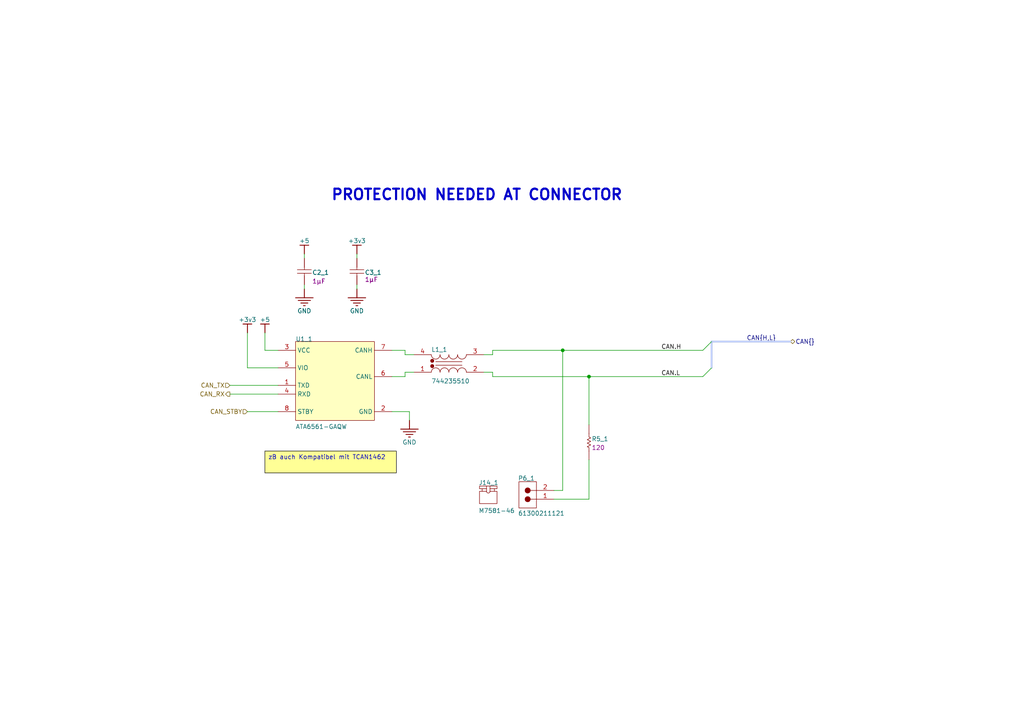
<source format=kicad_sch>
(kicad_sch (version 20250114) (generator "eeschema") (generator_version "9.0")
  (paper "User" 297.002 210.007)
  (title_block (title "ARDEP CAN Interface") (date ".printDate"))
  (lib_symbols
    (symbol "ARDEP2_Mainboard:+3v3_BAR" (power)
      (property "Value" "+3v3" (at 0 -3.81 0))
      (symbol "+3v3_BAR_0_0"
        (polyline (pts (xy -1.27 -2.54) (xy 1.27 -2.54)) (stroke (width 0.254)))
        (polyline (pts (xy 0 0) (xy 0 -2.54)) (stroke (width 0.254)))
        (pin power_in line (at 0 0 0) (length 0) (hide yes) (name "+3v3") (number ""))
      )
    )
    (symbol "ARDEP2_Mainboard:+5_BAR" (power)
      (property "Value" "+5" (at 0 -3.81 0))
      (symbol "+5_BAR_0_0"
        (polyline (pts (xy -1.27 -2.54) (xy 1.27 -2.54)) (stroke (width 0.254)))
        (polyline (pts (xy 0 0) (xy 0 -2.54)) (stroke (width 0.254)))
        (pin power_in line (at 0 0 0) (length 0) (hide yes) (name "+5") (number ""))
      )
    )
    (symbol "ARDEP2_Mainboard:CAN_A_0_744235900_Frickly Systems GmbH" (pin_names (hide yes))
      (symbol "CAN_A_0_744235900_Frickly Systems GmbH_1_0"
        (circle (center 5.334 -1.778) (radius 0.051) (stroke (width 0.508)))
        (circle (center 5.334 -3.302) (radius 0.051) (stroke (width 0.508)))
        (arc (start 7.62 0) (mid 6.35 -1.27) (end 5.08 0))
        (polyline (pts (xy 6.35 -2.032) (xy 13.97 -2.032)))
        (polyline (pts (xy 6.35 -3.048) (xy 13.97 -3.048)))
        (arc (start 5.08 -5.08) (mid 6.35 -3.81) (end 7.62 -5.08))
        (arc (start 10.16 0) (mid 8.89 -1.27) (end 7.62 0))
        (arc (start 7.62 -5.08) (mid 8.89 -3.81) (end 10.16 -5.08))
        (arc (start 12.7 0) (mid 11.43 -1.27) (end 10.16 0))
        (arc (start 10.16 -5.08) (mid 11.43 -3.81) (end 12.7 -5.08))
        (arc (start 15.24 0) (mid 13.97 -1.27) (end 12.7 0))
        (arc (start 12.7 -5.08) (mid 13.97 -3.81) (end 15.24 -5.08))
        (pin passive line (at 0 0 0) (length 5.08) (name "4") (number "4"))
        (pin passive line (at 0 -5.08 0) (length 5.08) (name "1") (number "1"))
        (pin passive line (at 20.32 0 180) (length 5.08) (name "3") (number "3"))
        (pin passive line (at 20.32 -5.08 180) (length 5.08) (name "2") (number "2"))
      )
    )
    (symbol "ARDEP2_Mainboard:CAN_A_0_9359c0cd22aff7108e56130185f9391_Frickly Systems GmbH"
      (symbol "CAN_A_0_9359c0cd22aff7108e56130185f9391_Frickly Systems GmbH_1_0"
        (rectangle (start 27.94 2.54) (end 5.08 -20.32) (stroke (width 0) (color 128 0 0 1)) (fill (type background)))
        (pin power_in line (at 0 0 0) (length 5.08) (name "VCC") (number "3"))
        (pin power_in line (at 0 -5.08 0) (length 5.08) (name "VIO") (number "5"))
        (pin input line (at 0 -10.16 0) (length 5.08) (name "TXD") (number "1"))
        (pin output line (at 0 -12.7 0) (length 5.08) (name "RXD") (number "4"))
        (pin input line (at 0 -17.78 0) (length 5.08) (name "STBY") (number "8"))
        (pin bidirectional line (at 33.02 0 180) (length 5.08) (name "CANH") (number "7"))
        (pin bidirectional line (at 33.02 -7.62 180) (length 5.08) (name "CANL") (number "6"))
        (pin power_in line (at 33.02 -17.78 180) (length 5.08) (name "GND") (number "2"))
      )
    )
    (symbol "ARDEP2_Mainboard:CAN_A_0_M7581-46-Symbol-1_Frickly Systems GmbH" (pin_numbers (hide yes)) (pin_names (hide yes))
      (symbol "CAN_A_0_M7581-46-Symbol-1_Frickly Systems GmbH_1_0"
        (polyline (pts (xy -2.54 0) (xy -2.54 3.556) (xy -1.778 3.556) (xy -1.778 4.318) (xy -2.54 4.318) (xy -2.54 5.08) (xy 2.54 5.08) (xy 2.54 4.318) (xy 1.778 4.318) (xy 1.778 3.556) (xy 2.54 3.556) (xy 2.54 0) (xy -2.54 0)))
        (polyline (pts (xy -1.778 3.556) (xy -0.508 3.556)))
        (polyline (pts (xy -0.508 5.08) (xy -0.508 3.556)))
        (polyline (pts (xy -0.508 4.318) (xy -1.778 4.318)))
        (arc (start 0.5095 3.5781) (mid 0.0046 3.046) (end -0.5098 3.569))
        (polyline (pts (xy 0.508 5.08) (xy 0.508 3.556)))
        (polyline (pts (xy 0.508 4.318) (xy 1.778 4.318)))
        (polyline (pts (xy 0.508 3.556) (xy 1.778 3.556)))
      )
    )
    (symbol "ARDEP2_Mainboard:CAN_A_1_Capacitor_Frickly Systems GmbH" (pin_numbers (hide yes)) (pin_names (hide yes))
      (symbol "CAN_A_1_Capacitor_Frickly Systems GmbH_1_0"
        (polyline (pts (xy -2.032 4.318) (xy 2.032 4.318)))
        (polyline (pts (xy 0 5.08) (xy 0 4.318)))
        (polyline (pts (xy 0 2.54) (xy 0 3.302)))
        (polyline (pts (xy 2.032 3.302) (xy -2.032 3.302)))
        (pin passive line (at 0 7.62 270) (length 2.54) (name "2") (number "2"))
        (pin passive line (at 0 0 90) (length 2.54) (name "1") (number "1"))
      )
    )
    (symbol "ARDEP2_Mainboard:CAN_A_2_Symbol_Frickly Systems GmbH" (pin_names (hide yes))
      (symbol "CAN_A_2_Symbol_Frickly Systems GmbH_1_0"
        (polyline (pts (xy -5.08 0) (xy 0 0) (xy 0 7.62) (xy -5.08 7.62) (xy -5.08 0)))
        (circle (center -2.54 5.08) (radius 0.762) (fill (type outline)))
        (circle (center -2.54 2.54) (radius 0.762) (fill (type outline)))
        (polyline (pts (xy 0 5.08) (xy -1.778 5.08)))
        (polyline (pts (xy 0 2.54) (xy -1.778 2.54)))
        (pin passive line (at 5.08 5.08 180) (length 5.08) (name "2") (number "2"))
        (pin passive line (at 5.08 2.54 180) (length 5.08) (name "1") (number "1"))
      )
    )
    (symbol "ARDEP2_Mainboard:CAN_A_3_RES-2_Frickly Systems GmbH" (pin_numbers (hide yes)) (pin_names (hide yes))
      (symbol "CAN_A_3_RES-2_Frickly Systems GmbH_1_0"
        (polyline (pts (xy 0 -5.08) (xy 0 -4.064) (xy -0.508 -3.81) (xy 0.508 -3.302) (xy -0.508 -2.794) (xy 0.508 -2.286) (xy -0.508 -1.778) (xy 0.508 -1.27) (xy 0 -1.016) (xy 0 0)))
        (pin passive line (at 0 2.54 270) (length 2.54) (name "1") (number "1"))
        (pin passive line (at 0 -7.62 90) (length 2.54) (name "2") (number "2"))
      )
    )
    (symbol "ARDEP2_Mainboard:GND_POWER_GROUND" (power)
      (property "Value" "GND" (at 0 -6.35 0))
      (symbol "GND_POWER_GROUND_0_0"
        (polyline (pts (xy -2.54 -2.54) (xy 2.54 -2.54)) (stroke (width 0.254)))
        (polyline (pts (xy -1.778 -3.302) (xy 1.778 -3.302)) (stroke (width 0.254)))
        (polyline (pts (xy -1.016 -4.064) (xy 1.016 -4.064)) (stroke (width 0.254)))
        (polyline (pts (xy -0.254 -4.826) (xy 0.254 -4.826)) (stroke (width 0.254)))
        (polyline (pts (xy 0 0) (xy 0 -2.54)) (stroke (width 0.254)))
        (pin power_in line (at 0 0 0) (length 0) (hide yes) (name "GND") (number ""))
      )
    )
  )
  (text "PROTECTION NEEDED AT CONNECTOR" (at 95.885 58.42 0) (effects (font (size 3.048 3.048) (thickness 0.6096) (bold yes)) (justify left bottom)))
  (text_box "zB auch Kompatibel mit TCAN1462" (at 114.935 130.81 0) (size -38.1 6.35) (margins 0.9525 0.9525 0.9525 0.9525) (stroke (width 0) (color 0 0 0 1)) (fill (type color) (color 255 255 150 1)) (effects (font (size 1.27 1.27)) (justify left top)))
  (junction (at 163.195 101.6))
  (junction (at 170.815 109.22))
  (bus_entry (at 203.835 101.6) (size 2.54 -2.54))
  (bus_entry (at 203.835 109.22) (size 2.54 -2.54))
  (wire (pts (xy 163.195 142.24) (xy 160.655 142.24)))
  (wire (pts (xy 76.835 101.6) (xy 76.835 96.52)))
  (wire (pts (xy 170.815 109.22) (xy 142.875 109.22)))
  (wire (pts (xy 142.875 109.22) (xy 142.875 107.95)))
  (wire (pts (xy 71.755 119.38) (xy 80.645 119.38)))
  (wire (pts (xy 163.195 101.6) (xy 142.875 101.6)))
  (wire (pts (xy 80.645 114.3) (xy 66.675 114.3)))
  (wire (pts (xy 170.815 123.19) (xy 170.815 109.22)))
  (wire (pts (xy 117.475 109.22) (xy 117.475 107.95)))
  (wire (pts (xy 103.505 83.82) (xy 103.505 82.55)))
  (wire (pts (xy 117.475 101.6) (xy 113.665 101.6)))
  (wire (pts (xy 160.655 144.78) (xy 170.815 144.78)))
  (wire (pts (xy 80.645 106.68) (xy 71.755 106.68)))
  (wire (pts (xy 71.755 106.68) (xy 71.755 96.52)))
  (wire (pts (xy 117.475 102.87) (xy 117.475 101.6)))
  (wire (pts (xy 80.645 101.6) (xy 76.835 101.6)))
  (wire (pts (xy 142.875 101.6) (xy 142.875 102.87)))
  (wire (pts (xy 203.835 109.22) (xy 170.815 109.22)))
  (wire (pts (xy 117.475 107.95) (xy 120.015 107.95)))
  (wire (pts (xy 88.265 74.93) (xy 88.265 73.66)))
  (bus (pts (xy 206.375 99.06) (xy 229.235 99.06)) (stroke (width 0.508) (color 173 188 231 1)))
  (wire (pts (xy 118.745 119.38) (xy 113.665 119.38)))
  (wire (pts (xy 203.835 101.6) (xy 163.195 101.6)))
  (bus (pts (xy 206.375 106.68) (xy 206.375 99.06)) (stroke (width 0.508) (color 173 188 231 1)))
  (wire (pts (xy 170.815 144.78) (xy 170.815 133.35)))
  (wire (pts (xy 80.645 111.76) (xy 66.675 111.76)))
  (wire (pts (xy 103.505 74.93) (xy 103.505 73.66)))
  (wire (pts (xy 113.665 109.22) (xy 117.475 109.22)))
  (wire (pts (xy 88.265 83.82) (xy 88.265 82.55)))
  (wire (pts (xy 142.875 107.95) (xy 140.335 107.95)))
  (wire (pts (xy 142.875 102.87) (xy 140.335 102.87)))
  (wire (pts (xy 163.195 101.6) (xy 163.195 142.24)))
  (wire (pts (xy 120.015 102.87) (xy 117.475 102.87)))
  (wire (pts (xy 118.745 121.92) (xy 118.745 119.38)))
  (label "CAN.H" (at 191.77 101.6 0))
  (label "CAN{H,L}" (at 216.535 99.06 0))
  (label "CAN.L" (at 191.77 109.22 0))
  (hierarchical_label "CAN{}" (shape bidirectional) (at 229.235 99.06 0))
  (hierarchical_label "CAN_RX" (shape output) (at 66.675 114.3 180))
  (hierarchical_label "CAN_TX" (shape input) (at 66.675 111.76 180))
  (hierarchical_label "CAN_STBY" (shape input) (at 71.755 119.38 180))
  (symbol (lib_id "ARDEP2_Mainboard:+5_BAR") (at 88.265 73.66 180) (unit 1)
    (property "Reference" "#PWR03" (effects (hide yes)))
    (property "Value" "+5" (at 88.265 69.85 0))
  )
  (symbol (lib_id "ARDEP2_Mainboard:CAN_A_0_M7581-46-Symbol-1_Frickly Systems GmbH") (at 141.605 146.05 0) (unit 1)
    (property "Reference" "J14_1" (at 138.811 140.716 0) (effects (justify left bottom)))
    (property "Value" "M7581-46" (at 138.811 148.844 0) (effects (justify left bottom)))
    (property "Description" "2.54mm Jumper" (effects (hide yes)))
    (property "CONNECTOR TYPE" "Interconnection Device" (effects (hide yes)))
    (property "ROHS COMPLIANT" "Yes" (effects (hide yes)))
    (property "MAX OPERATING TEMPERATURE" "105°C" (effects (hide yes)))
    (property "MIN OPERATING TEMPERATURE" "-55°C" (effects (hide yes)))
  )
  (symbol (lib_id "ARDEP2_Mainboard:+5_BAR") (at 76.835 96.52 180) (unit 1)
    (property "Reference" "#PWR02" (effects (hide yes)))
    (property "Value" "+5" (at 76.835 92.71 0))
  )
  (symbol (lib_id "ARDEP2_Mainboard:GND_POWER_GROUND") (at 103.505 83.82 0) (unit 1)
    (property "Reference" "#PWR06" (effects (hide yes)))
    (property "Value" "GND" (at 103.505 90.17 0))
  )
  (symbol (lib_id "ARDEP2_Mainboard:CAN_A_0_9359c0cd22aff7108e56130185f9391_Frickly Systems GmbH") (at 80.645 101.6 0) (unit 1)
    (property "Reference" "U1_1" (at 85.725 99.06 0) (effects (justify left bottom)))
    (property "Value" "ATA6561-GAQW" (at 85.725 124.46 0) (effects (justify left bottom)))
    (property "Footprint" "SOIC-8_no_therm_JB" (effects (hide yes)))
    (property "Description" "High-Speed CAN Transceiver with Standby Mode" (effects (hide yes)))
    (property "PACKAGE SHAPE" "Rectangular" (effects (hide yes)))
    (property "LENGTH" "4.9mm" (effects (hide yes)))
    (property "MIN SUPPLY VOLTAGE" "4.5V" (effects (hide yes)))
    (property "MIN OPERATING TEMPERATURE" "-40°C" (effects (hide yes)))
    (property "HEIGHT - SEATED (MAX)" "1.8mm" (effects (hide yes)))
    (property "ROHS COMPLIANT" "Yes" (effects (hide yes)))
    (property "CASE/PACKAGE" "SOP" (effects (hide yes)))
    (property "PACKAGE BODY MATERIAL" "Plastic" (effects (hide yes)))
    (property "PACKAGE STYLE" "SMALL OUTLINEMeter" (effects (hide yes)))
    (property "MOUNTING TECHNOLOGY" "SMD" (effects (hide yes)))
    (property "MAX SUPPLY VOLTAGE" "5.5V" (effects (hide yes)))
    (property "JESD-30 CODE" "R-PDSO-G8" (effects (hide yes)))
    (property "CHANNELS" "1" (effects (hide yes)))
    (property "MOISTURE SENSITIVITY LEVEL" "1" (effects (hide yes)))
    (property "PINS" "8" (effects (hide yes)))
  )
  (symbol (lib_id "ARDEP2_Mainboard:+3v3_BAR") (at 71.755 96.52 180) (unit 1)
    (property "Reference" "#PWR01" (effects (hide yes)))
    (property "Value" "+3v3" (at 71.755 92.71 0))
  )
  (symbol (lib_id "ARDEP2_Mainboard:CAN_A_0_744235900_Frickly Systems GmbH") (at 120.015 102.87 0) (unit 1)
    (property "Reference" "L1_1" (at 125.095 102.108 0) (effects (justify left bottom)))
    (property "Value" "744235510" (at 125.095 111.252 0) (effects (justify left bottom)))
    (property "Footprint" "WE-CNSW_1812" (effects (hide yes)))
    (property "Description" "WE-CNSW SMT Common Mode Line Filter, size 1812, 3000Ohm, 51uH, 60V" (effects (hide yes)))
    (property "MOUNTING TECHNOLOGY" "SMD" (effects (hide yes)))
    (property "HEIGHT" "2.8mm" (effects (hide yes)))
    (property "COMPONENTLINK2URL" "https://www.we-online.com/redexpert/spec/744235510?ad" (effects (hide yes)))
    (property "INSULATION TEST VOLTAGE" "125VAC" (effects (hide yes)))
    (property "MAX OPERATING TEMPERATURE" "125°C" (effects (hide yes)))
    (property "WINDING STYLE" "bifiliar" (effects (hide yes)))
    (property "DESIGN ITEM ID" "744235510" (effects (hide yes)))
    (property "PINS" "4" (effects (hide yes)))
    (property "LENGTH" "4.5mm" (effects (hide yes)))
    (property "COMPONENTLINK1DESCRIPTION" "Manufacturer Link" (effects (hide yes)))
    (property "MANUFACTURER" "Wurth Elektronik" (effects (hide yes)))
    (property "SOURCE" "WE-CNSW.SchLib" (effects (hide yes)))
    (property "RATED VOLTAGE" "60V" (effects (hide yes)))
    (property "WIDTH" "3.2mm" (effects (hide yes)))
    (property "COMPONENTLINK1URL" "https://www.we-online.com/redexpert/article/744235510?ad" (effects (hide yes)))
    (property "CURRENT" "200mA" (effects (hide yes)))
    (property "COMPONENTLINK2DESCRIPTION" "Datasheet" (effects (hide yes)))
    (property "CATEGORY" "Common Mode Chokes" (effects (hide yes)))
    (property "MANUFACTURER PART NUMBER" "744235510" (effects (hide yes)))
    (property "COMPONENT TYPE" "Standard" (effects (hide yes)))
    (property "DC RESISTANCE MAX" "1Ohm" (effects (hide yes)))
    (property "RATED CURRENT" "0.2A" (effects (hide yes)))
    (property "ALTIUM_VALUE" "51µH" (effects (hide yes)))
    (property "PACKAGING" "Tape and Reel" (effects (hide yes)))
    (property "MIN OPERATING TEMPERATURE" "-40°C" (effects (hide yes)))
    (property "IMPEDANCE @10MHZ" "3000Ohm" (effects (hide yes)))
    (property "CASE/PACKAGE" "Common Mode Chokes" (effects (hide yes)))
  )
  (symbol (lib_id "ARDEP2_Mainboard:CAN_A_1_Capacitor_Frickly Systems GmbH") (at 103.505 82.55 0) (unit 1)
    (property "Reference" "C3_1" (at 105.791 79.756 0) (effects (justify left bottom)))
    (property "Value" "C-1uF-10%-50V-0603-X5R" (effects (hide yes)))
    (property "Footprint" "C_0603_JB" (effects (hide yes)))
    (property "Description" "Ceramic Capacitor, Multilayer, Ceramic, 50V, 10% +Tol, 10% -Tol, X5R, 15% TC, 1uF, Surface Mount, 0603" (effects (hide yes)))
    (property "TOLERANCE" "10%" (effects (hide yes)))
    (property "MAX OPERATING TEMPERATURE" "85°C" (effects (hide yes)))
    (property "CASE/PACKAGE" "0603" (effects (hide yes)))
    (property "MIN OPERATING TEMPERATURE" "-55°C" (effects (hide yes)))
    (property "TO BE CHECKED" "Yes, Part choices" (effects (hide yes)))
    (property "MOUNT" "Surface Mount" (effects (hide yes)))
    (property "CAPACITANCE" "1µF" (at 105.791 81.788 0) (effects (justify left bottom)))
    (property "TEMPERATURE CHARACTERISTICS CODE" "X5R" (effects (hide yes)))
    (property "RATED DC VOLTAGE (URDC)" "50V" (effects (hide yes)))
    (property "DIELECTRIC MATERIAL" "Ceramic" (effects (hide yes)))
  )
  (symbol (lib_id "ARDEP2_Mainboard:CAN_A_1_Capacitor_Frickly Systems GmbH") (at 88.265 82.55 0) (unit 1)
    (property "Reference" "C2_1" (at 90.551 79.756 0) (effects (justify left bottom)))
    (property "Value" "C-1uF-10%-50V-0603-X5R" (effects (hide yes)))
    (property "Footprint" "C_0603_JB" (effects (hide yes)))
    (property "Description" "Ceramic Capacitor, Multilayer, Ceramic, 50V, 10% +Tol, 10% -Tol, X5R, 15% TC, 1uF, Surface Mount, 0603" (effects (hide yes)))
    (property "TOLERANCE" "10%" (effects (hide yes)))
    (property "MAX OPERATING TEMPERATURE" "85°C" (effects (hide yes)))
    (property "CASE/PACKAGE" "0603" (effects (hide yes)))
    (property "MIN OPERATING TEMPERATURE" "-55°C" (effects (hide yes)))
    (property "CAPACITANCE" "1µF" (at 90.551 82.296 0) (effects (justify left bottom)))
    (property "DIELECTRIC MATERIAL" "Ceramic" (effects (hide yes)))
    (property "MOUNT" "Surface Mount" (effects (hide yes)))
    (property "RATED DC VOLTAGE (URDC)" "50V" (effects (hide yes)))
    (property "TEMPERATURE CHARACTERISTICS CODE" "X5R" (effects (hide yes)))
    (property "TO BE CHECKED" "Yes, Part choices" (effects (hide yes)))
  )
  (symbol (lib_id "ARDEP2_Mainboard:CAN_A_2_Symbol_Frickly Systems GmbH") (at 155.575 147.32 0) (unit 1)
    (property "Reference" "P6_1" (at 150.241 139.446 0) (effects (justify left bottom)))
    (property "Value" "61300211121" (at 150.241 149.606 0) (effects (justify left bottom)))
    (property "Footprint" "61300211121" (effects (hide yes)))
    (property "Description" "WR-PHD Pin Header, THT, pitch 2.54mm, Single Row, Vertical, 2p" (effects (hide yes)))
    (property "COMPONENTLINK2DESCRIPTION" "Datasheet" (effects (hide yes)))
    (property "PACKAGING" "Bag" (effects (hide yes)))
    (property "ROW NUMBER" "Single" (effects (hide yes)))
    (property "MOUNTING TECHNOLOGY" "THT" (effects (hide yes)))
    (property "RATED CURRENT" "3A" (effects (hide yes)))
    (property "PINS" "2" (effects (hide yes)))
    (property "CONTACT RESISTANCE" "20mOhm" (effects (hide yes)))
    (property "PITCH" "2.54mm" (effects (hide yes)))
    (property "PUBLISHED DATE" "May 2020" (effects (hide yes)))
    (property "COMPONENTLINK1URL" "http://www.we-online.de" (effects (hide yes)))
    (property "DESIGN ITEM ID" "61300211121" (effects (hide yes)))
    (property "MANUFACTURER" "Wurth Elektronik" (effects (hide yes)))
    (property "GENDER" "Pin Header" (effects (hide yes)))
    (property "OPERATING TEMPERATURE" "-40 to +105degC" (effects (hide yes)))
    (property "COMPONENTLINK1DESCRIPTION" "Manufacturer" (effects (hide yes)))
    (property "WITHSTANDING VOLTAGE" "500VAC" (effects (hide yes)))
    (property "ORIENTATION" "Vertical" (effects (hide yes)))
    (property "SOURCE" "WR-PHD_Pin Header_2.54mm.SchLib" (effects (hide yes)))
    (property "COMPONENTLINK2URL" "https://www.we-online.com/catalog/datasheet/61300211121.pdf" (effects (hide yes)))
    (property "WORKING VOLTAGE" "250VAC" (effects (hide yes)))
    (property "CONNECTOR TYPE" "Header" (effects (hide yes)))
    (property "MANUFACTURER PART NUMBER" "61300211121" (effects (hide yes)))
  )
  (symbol (lib_id "ARDEP2_Mainboard:GND_POWER_GROUND") (at 88.265 83.82 0) (unit 1)
    (property "Reference" "#PWR04" (effects (hide yes)))
    (property "Value" "GND" (at 88.265 90.17 0))
  )
  (symbol (lib_id "ARDEP2_Mainboard:GND_POWER_GROUND") (at 118.745 121.92 0) (unit 1)
    (property "Reference" "#PWR07" (effects (hide yes)))
    (property "Value" "GND" (at 118.745 128.27 0))
  )
  (symbol (lib_id "ARDEP2_Mainboard:CAN_A_3_RES-2_Frickly Systems GmbH") (at 170.815 125.73 0) (unit 1)
    (property "Reference" "R5_1" (at 171.577 128.016 0) (effects (justify left bottom)))
    (property "Value" "Resistor 120R +/-5 % 0603 0.1 W" (effects (hide yes)))
    (property "Footprint" "R_0603_JB" (effects (hide yes)))
    (property "Description" "Chip Resistor, 120 Ohms, +/-5 %, 0.1 W, -55 to 155 degC, 0603" (effects (hide yes)))
    (property "MAX OPERATING TEMPERATURE" "155°C" (effects (hide yes)))
    (property "POWER" "100mW" (effects (hide yes)))
    (property "ALTIUM_VALUE" "120" (at 171.577 130.556 0) (effects (justify left bottom)))
    (property "MIN OPERATING TEMPERATURE" "-55°C" (effects (hide yes)))
    (property "CASE/PACKAGE" "0603" (effects (hide yes)))
    (property "TOLERANCE" "5%" (effects (hide yes)))
    (property "PINS" "2" (effects (hide yes)))
  )
  (symbol (lib_id "ARDEP2_Mainboard:+3v3_BAR") (at 103.505 73.66 180) (unit 1)
    (property "Reference" "#PWR05" (effects (hide yes)))
    (property "Value" "+3v3" (at 103.505 69.85 0))
  )
)
</source>
